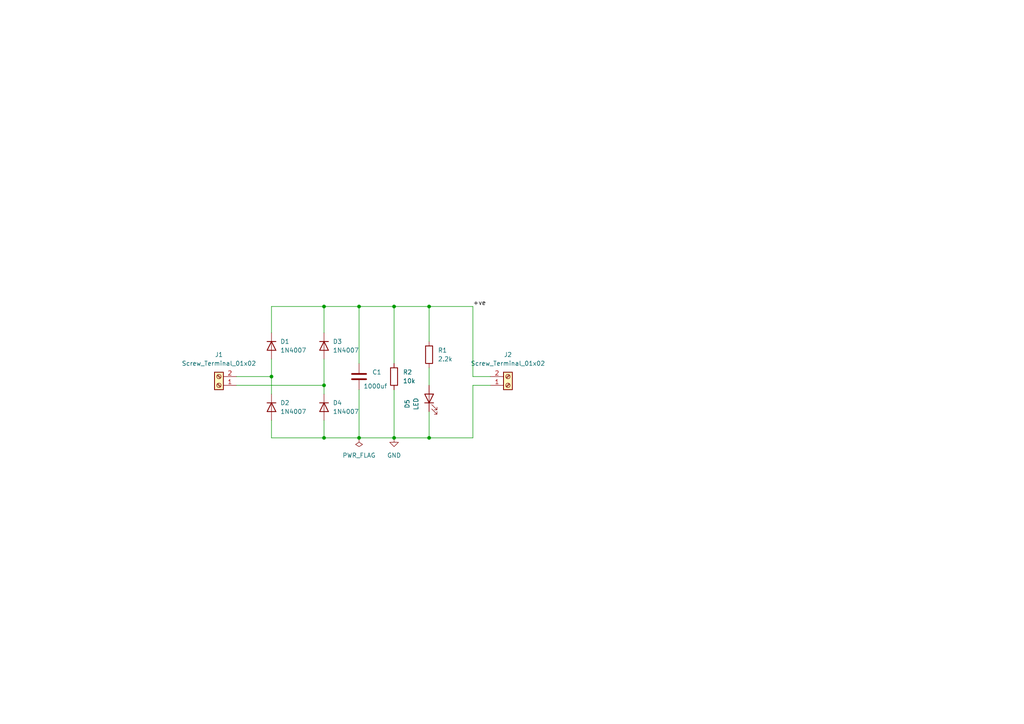
<source format=kicad_sch>
(kicad_sch (version 20250114) (generator "eeschema") (generator_version "9.0")
  (paper "A4")
  (title_block (title "AC to DC Convertor") (company "Muhammad Hammad ur Rehman"))
  (lib_symbols
    (symbol "Connector:Screw_Terminal_01x02" (pin_names (offset 1.016) (hide yes))
      (property "Reference" "J" (at 0 2.54 0))
      (property "Value" "Screw_Terminal_01x02" (at 0 -5.08 0))
      (symbol "Screw_Terminal_01x02_1_1"
        (rectangle (start -1.27 1.27) (end 1.27 -3.81) (stroke (width 0.254)) (fill (type background)))
        (polyline (pts (xy -0.5334 0.3302) (xy 0.3302 -0.508)) (stroke (width 0.1524)))
        (polyline (pts (xy -0.5334 -2.2098) (xy 0.3302 -3.048)) (stroke (width 0.1524)))
        (polyline (pts (xy -0.3556 0.508) (xy 0.508 -0.3302)) (stroke (width 0.1524)))
        (polyline (pts (xy -0.3556 -2.032) (xy 0.508 -2.8702)) (stroke (width 0.1524)))
        (circle (center 0 0) (radius 0.635) (stroke (width 0.1524)))
        (circle (center 0 -2.54) (radius 0.635) (stroke (width 0.1524)))
        (pin passive line (at -5.08 0 0) (length 3.81) (name "Pin_1") (number "1"))
        (pin passive line (at -5.08 -2.54 0) (length 3.81) (name "Pin_2") (number "2"))
      )
    )
    (symbol "Device:C" (pin_numbers (hide yes)) (pin_names (offset 0.254))
      (property "Reference" "C" (at 0.635 2.54 0))
      (property "Value" "C" (at 0.635 -2.54 0))
      (symbol "C_0_1"
        (polyline (pts (xy -2.032 0.762) (xy 2.032 0.762)) (stroke (width 0.508)))
        (polyline (pts (xy -2.032 -0.762) (xy 2.032 -0.762)) (stroke (width 0.508)))
      )
      (symbol "C_1_1"
        (pin passive line (at 0 3.81 270) (length 2.794) (name "~") (number "1"))
        (pin passive line (at 0 -3.81 90) (length 2.794) (name "~") (number "2"))
      )
    )
    (symbol "Device:LED" (pin_numbers (hide yes)) (pin_names (offset 1.016) (hide yes))
      (property "Reference" "D" (at 0 2.54 0))
      (property "Value" "LED" (at 0 -2.54 0))
      (symbol "LED_0_1"
        (polyline (pts (xy -3.048 -0.762) (xy -4.572 -2.286) (xy -3.81 -2.286) (xy -4.572 -2.286) (xy -4.572 -1.524)))
        (polyline (pts (xy -1.778 -0.762) (xy -3.302 -2.286) (xy -2.54 -2.286) (xy -3.302 -2.286) (xy -3.302 -1.524)))
        (polyline (pts (xy -1.27 0) (xy 1.27 0)))
        (polyline (pts (xy -1.27 -1.27) (xy -1.27 1.27)) (stroke (width 0.254)))
        (polyline (pts (xy 1.27 -1.27) (xy 1.27 1.27) (xy -1.27 0) (xy 1.27 -1.27)) (stroke (width 0.254)))
      )
      (symbol "LED_1_1"
        (pin passive line (at -3.81 0 0) (length 2.54) (name "K") (number "1"))
        (pin passive line (at 3.81 0 180) (length 2.54) (name "A") (number "2"))
      )
    )
    (symbol "Device:R" (pin_numbers (hide yes)) (pin_names (offset 0))
      (property "Reference" "R" (at 2.032 0 90))
      (property "Value" "R" (at 0 0 90))
      (symbol "R_0_1"
        (rectangle (start -1.016 -2.54) (end 1.016 2.54) (stroke (width 0.254)))
      )
      (symbol "R_1_1"
        (pin passive line (at 0 3.81 270) (length 1.27) (name "~") (number "1"))
        (pin passive line (at 0 -3.81 90) (length 1.27) (name "~") (number "2"))
      )
    )
    (symbol "Diode:1N4007" (pin_numbers (hide yes)) (pin_names (hide yes))
      (property "Reference" "D" (at 0 2.54 0))
      (property "Value" "1N4007" (at 0 -2.54 0))
      (symbol "1N4007_0_1"
        (polyline (pts (xy -1.27 1.27) (xy -1.27 -1.27)) (stroke (width 0.254)))
        (polyline (pts (xy 1.27 1.27) (xy 1.27 -1.27) (xy -1.27 0) (xy 1.27 1.27)) (stroke (width 0.254)))
        (polyline (pts (xy 1.27 0) (xy -1.27 0)))
      )
      (symbol "1N4007_1_1"
        (pin passive line (at -3.81 0 0) (length 2.54) (name "K") (number "1"))
        (pin passive line (at 3.81 0 180) (length 2.54) (name "A") (number "2"))
      )
    )
    (symbol "power:GND" (power) (pin_numbers (hide yes)) (pin_names (offset 0) (hide yes))
      (property "Value" "GND" (at 0 -3.81 0))
      (symbol "GND_0_1"
        (polyline (pts (xy 0 0) (xy 0 -1.27) (xy 1.27 -1.27) (xy 0 -2.54) (xy -1.27 -1.27) (xy 0 -1.27)))
      )
      (symbol "GND_1_1"
        (pin power_in line (at 0 0 270) (length 0) (name "~") (number "1"))
      )
    )
    (symbol "power:PWR_FLAG" (power) (pin_numbers (hide yes)) (pin_names (offset 0) (hide yes))
      (property "Value" "PWR_FLAG" (at 0 3.81 0))
      (symbol "PWR_FLAG_0_0"
        (pin power_out line (at 0 0 90) (length 0) (name "~") (number "1"))
      )
      (symbol "PWR_FLAG_0_1"
        (polyline (pts (xy 0 0) (xy 0 1.27) (xy -1.016 1.905) (xy 0 2.54) (xy 1.016 1.905) (xy 0 1.27)))
      )
    )
  )
  (junction (at 104.14 88.9))
  (junction (at 78.74 109.22))
  (junction (at 104.14 127))
  (junction (at 114.3 127))
  (junction (at 93.98 88.9))
  (junction (at 124.46 88.9))
  (junction (at 93.98 127))
  (junction (at 114.3 88.9))
  (junction (at 93.98 111.76))
  (junction (at 124.46 127))
  (wire (pts (xy 114.3 127) (xy 124.46 127)))
  (wire (pts (xy 78.74 121.92) (xy 78.74 127)))
  (wire (pts (xy 93.98 104.14) (xy 93.98 111.76)))
  (wire (pts (xy 78.74 127) (xy 93.98 127)))
  (wire (pts (xy 124.46 127) (xy 137.16 127)))
  (wire (pts (xy 104.14 105.41) (xy 104.14 88.9)))
  (wire (pts (xy 104.14 113.03) (xy 104.14 127)))
  (wire (pts (xy 124.46 119.38) (xy 124.46 127)))
  (wire (pts (xy 142.24 111.76) (xy 137.16 111.76)))
  (wire (pts (xy 93.98 121.92) (xy 93.98 127)))
  (wire (pts (xy 93.98 88.9) (xy 93.98 96.52)))
  (wire (pts (xy 124.46 88.9) (xy 137.16 88.9)))
  (wire (pts (xy 78.74 104.14) (xy 78.74 109.22)))
  (wire (pts (xy 114.3 88.9) (xy 124.46 88.9)))
  (wire (pts (xy 142.24 109.22) (xy 137.16 109.22)))
  (wire (pts (xy 93.98 111.76) (xy 93.98 114.3)))
  (wire (pts (xy 93.98 88.9) (xy 104.14 88.9)))
  (wire (pts (xy 78.74 88.9) (xy 93.98 88.9)))
  (wire (pts (xy 124.46 99.06) (xy 124.46 88.9)))
  (wire (pts (xy 114.3 105.41) (xy 114.3 88.9)))
  (wire (pts (xy 114.3 113.03) (xy 114.3 127)))
  (wire (pts (xy 104.14 88.9) (xy 114.3 88.9)))
  (wire (pts (xy 104.14 127) (xy 114.3 127)))
  (wire (pts (xy 104.14 127) (xy 93.98 127)))
  (wire (pts (xy 78.74 109.22) (xy 78.74 114.3)))
  (wire (pts (xy 78.74 96.52) (xy 78.74 88.9)))
  (wire (pts (xy 68.58 111.76) (xy 93.98 111.76)))
  (wire (pts (xy 68.58 109.22) (xy 78.74 109.22)))
  (wire (pts (xy 137.16 109.22) (xy 137.16 88.9)))
  (wire (pts (xy 124.46 106.68) (xy 124.46 111.76)))
  (wire (pts (xy 137.16 111.76) (xy 137.16 127)))
  (label "+ve" (at 137.16 88.9 0))
  (symbol (lib_id "Diode:1N4007") (at 78.74 118.11 270) (unit 1)
    (property "Reference" "D2" (at 81.28 116.8399 90) (effects (justify left)))
    (property "Value" "1N4007" (at 81.28 119.3799 90) (effects (justify left)))
    (property "Footprint" "Diode_THT:D_DO-41_SOD81_P10.16mm_Horizontal" (effects (hide yes)))
    (property "Datasheet" "http://www.vishay.com/docs/88503/1n4001.pdf" (effects (hide yes)))
    (property "Description" "1000V 1A General Purpose Rectifier Diode, DO-41" (effects (hide yes)))
    (property "Sim.Device" "D" (effects (hide yes)))
    (property "Sim.Pins" "1=K 2=A" (effects (hide yes)))
  )
  (symbol (lib_id "Connector:Screw_Terminal_01x02") (at 63.5 111.76 180) (unit 1)
    (property "Reference" "J1" (at 63.5 102.87 0))
    (property "Value" "Screw_Terminal_01x02" (at 63.5 105.41 0))
    (property "Footprint" "TerminalBlock:TerminalBlock_bornier-2_P5.08mm" (effects (hide yes)))
    (property "Description" "Generic screw terminal, single row, 01x02, script generated (kicad-library-utils/schlib/autogen/connector/)" (effects (hide yes)))
  )
  (symbol (lib_id "Device:R") (at 114.3 109.22 0) (unit 1)
    (property "Reference" "R2" (at 116.84 107.9499 0) (effects (justify left)))
    (property "Value" "10k" (at 116.84 110.4899 0) (effects (justify left)))
    (property "Footprint" "Resistor_THT:R_Axial_DIN0207_L6.3mm_D2.5mm_P7.62mm_Horizontal" (effects (hide yes)))
    (property "Description" "Resistor" (effects (hide yes)))
  )
  (symbol (lib_id "Diode:1N4007") (at 78.74 100.33 270) (unit 1)
    (property "Reference" "D1" (at 81.28 99.0599 90) (effects (justify left)))
    (property "Value" "1N4007" (at 81.28 101.5999 90) (effects (justify left)))
    (property "Footprint" "Diode_THT:D_DO-41_SOD81_P10.16mm_Horizontal" (effects (hide yes)))
    (property "Datasheet" "http://www.vishay.com/docs/88503/1n4001.pdf" (effects (hide yes)))
    (property "Description" "1000V 1A General Purpose Rectifier Diode, DO-41" (effects (hide yes)))
    (property "Sim.Device" "D" (effects (hide yes)))
    (property "Sim.Pins" "1=K 2=A" (effects (hide yes)))
  )
  (symbol (lib_id "Device:LED") (at 124.46 115.57 90) (unit 1)
    (property "Reference" "D5" (at 118.11 117.1575 0))
    (property "Value" "LED" (at 120.65 117.1575 0))
    (property "Footprint" "LED_THT:LED_D5.0mm" (effects (hide yes)))
    (property "Description" "Light emitting diode" (effects (hide yes)))
    (property "Sim.Pins" "1=K 2=A" (effects (hide yes)))
  )
  (symbol (lib_id "Device:C") (at 104.14 109.22 0) (unit 1)
    (property "Reference" "C1" (at 107.95 107.9499 0) (effects (justify left)))
    (property "Value" "1000uf" (at 105.41 112.014 0) (effects (justify left)))
    (property "Footprint" "Capacitor_THT:C_Radial_D8.0mm_H11.5mm_P3.50mm" (effects (hide yes)))
    (property "Description" "Unpolarized capacitor" (effects (hide yes)))
  )
  (symbol (lib_id "Connector:Screw_Terminal_01x02") (at 147.32 111.76 0) (mirror x) (unit 1)
    (property "Reference" "J2" (at 147.32 102.87 0))
    (property "Value" "Screw_Terminal_01x02" (at 147.32 105.41 0))
    (property "Footprint" "TerminalBlock:TerminalBlock_bornier-2_P5.08mm" (effects (hide yes)))
    (property "Description" "Generic screw terminal, single row, 01x02, script generated (kicad-library-utils/schlib/autogen/connector/)" (effects (hide yes)))
  )
  (symbol (lib_id "Diode:1N4007") (at 93.98 118.11 270) (unit 1)
    (property "Reference" "D4" (at 96.52 116.8399 90) (effects (justify left)))
    (property "Value" "1N4007" (at 96.52 119.3799 90) (effects (justify left)))
    (property "Footprint" "Diode_THT:D_DO-41_SOD81_P10.16mm_Horizontal" (effects (hide yes)))
    (property "Datasheet" "http://www.vishay.com/docs/88503/1n4001.pdf" (effects (hide yes)))
    (property "Description" "1000V 1A General Purpose Rectifier Diode, DO-41" (effects (hide yes)))
    (property "Sim.Device" "D" (effects (hide yes)))
    (property "Sim.Pins" "1=K 2=A" (effects (hide yes)))
  )
  (symbol (lib_id "Diode:1N4007") (at 93.98 100.33 270) (unit 1)
    (property "Reference" "D3" (at 96.52 99.0599 90) (effects (justify left)))
    (property "Value" "1N4007" (at 96.52 101.5999 90) (effects (justify left)))
    (property "Footprint" "Diode_THT:D_DO-41_SOD81_P10.16mm_Horizontal" (effects (hide yes)))
    (property "Datasheet" "http://www.vishay.com/docs/88503/1n4001.pdf" (effects (hide yes)))
    (property "Description" "1000V 1A General Purpose Rectifier Diode, DO-41" (effects (hide yes)))
    (property "Sim.Device" "D" (effects (hide yes)))
    (property "Sim.Pins" "1=K 2=A" (effects (hide yes)))
  )
  (symbol (lib_id "power:GND") (at 114.3 127 0) (unit 1)
    (property "Reference" "#PWR01" (effects (hide yes)))
    (property "Value" "GND" (at 114.3 132.08 0))
    (property "Description" "Power symbol creates a global label with name \"GND\" , ground" (effects (hide yes)))
  )
  (symbol (lib_id "power:PWR_FLAG") (at 104.14 127 180) (unit 1)
    (property "Reference" "#FLG01" (effects (hide yes)))
    (property "Value" "PWR_FLAG" (at 104.14 132.08 0))
    (property "Description" "Special symbol for telling ERC where power comes from" (effects (hide yes)))
  )
  (symbol (lib_id "Device:R") (at 124.46 102.87 0) (unit 1)
    (property "Reference" "R1" (at 127 101.5999 0) (effects (justify left)))
    (property "Value" "2.2k" (at 127 104.1399 0) (effects (justify left)))
    (property "Footprint" "Resistor_THT:R_Axial_DIN0207_L6.3mm_D2.5mm_P7.62mm_Horizontal" (effects (hide yes)))
    (property "Description" "Resistor" (effects (hide yes)))
  )
)
</source>
